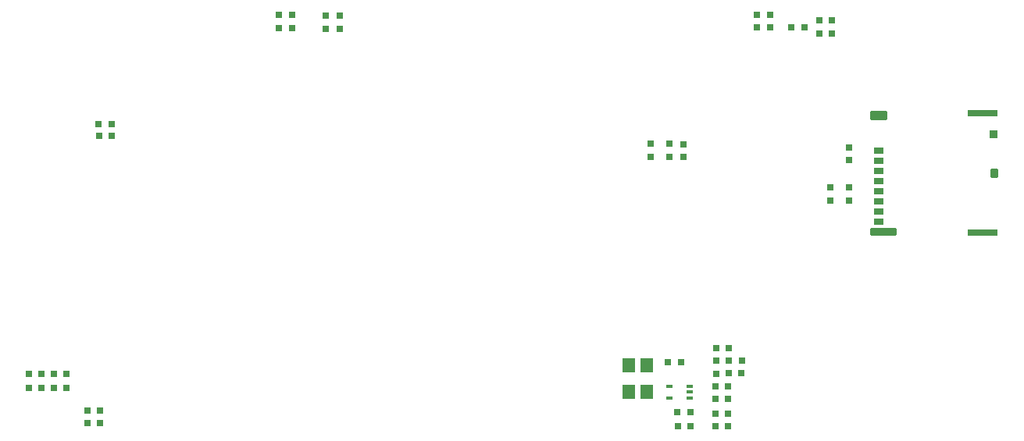
<source format=gbr>
%TF.GenerationSoftware,Altium Limited,Altium Designer,25.8.1 (18)*%
G04 Layer_Color=128*
%FSLAX45Y45*%
%MOMM*%
%TF.SameCoordinates,177DAE0C-5750-4891-A40F-8E88CBB746AF*%
%TF.FilePolarity,Positive*%
%TF.FileFunction,Paste,Bot*%
%TF.Part,Single*%
G01*
G75*
%TA.AperFunction,SMDPad,CuDef*%
G04:AMPARAMS|DCode=14|XSize=0.76mm|YSize=0.6604mm|CornerRadius=0.08255mm|HoleSize=0mm|Usage=FLASHONLY|Rotation=270.000|XOffset=0mm|YOffset=0mm|HoleType=Round|Shape=RoundedRectangle|*
%AMROUNDEDRECTD14*
21,1,0.76000,0.49530,0,0,270.0*
21,1,0.59490,0.66040,0,0,270.0*
1,1,0.16510,-0.24765,-0.29745*
1,1,0.16510,-0.24765,0.29745*
1,1,0.16510,0.24765,0.29745*
1,1,0.16510,0.24765,-0.29745*
%
%ADD14ROUNDEDRECTD14*%
G04:AMPARAMS|DCode=16|XSize=0.76mm|YSize=0.6604mm|CornerRadius=0.08255mm|HoleSize=0mm|Usage=FLASHONLY|Rotation=180.000|XOffset=0mm|YOffset=0mm|HoleType=Round|Shape=RoundedRectangle|*
%AMROUNDEDRECTD16*
21,1,0.76000,0.49530,0,0,180.0*
21,1,0.59490,0.66040,0,0,180.0*
1,1,0.16510,-0.29745,0.24765*
1,1,0.16510,0.29745,0.24765*
1,1,0.16510,0.29745,-0.24765*
1,1,0.16510,-0.29745,-0.24765*
%
%ADD16ROUNDEDRECTD16*%
G04:AMPARAMS|DCode=62|XSize=0.7mm|YSize=3.3mm|CornerRadius=0.0875mm|HoleSize=0mm|Usage=FLASHONLY|Rotation=90.000|XOffset=0mm|YOffset=0mm|HoleType=Round|Shape=RoundedRectangle|*
%AMROUNDEDRECTD62*
21,1,0.70000,3.12500,0,0,90.0*
21,1,0.52500,3.30000,0,0,90.0*
1,1,0.17500,1.56250,0.26250*
1,1,0.17500,1.56250,-0.26250*
1,1,0.17500,-1.56250,-0.26250*
1,1,0.17500,-1.56250,0.26250*
%
%ADD62ROUNDEDRECTD62*%
G04:AMPARAMS|DCode=63|XSize=0.9mm|YSize=0.93mm|CornerRadius=0.09mm|HoleSize=0mm|Usage=FLASHONLY|Rotation=90.000|XOffset=0mm|YOffset=0mm|HoleType=Round|Shape=RoundedRectangle|*
%AMROUNDEDRECTD63*
21,1,0.90000,0.75000,0,0,90.0*
21,1,0.72000,0.93000,0,0,90.0*
1,1,0.18000,0.37500,0.36000*
1,1,0.18000,0.37500,-0.36000*
1,1,0.18000,-0.37500,-0.36000*
1,1,0.18000,-0.37500,0.36000*
%
%ADD63ROUNDEDRECTD63*%
G04:AMPARAMS|DCode=64|XSize=1.04mm|YSize=1.83mm|CornerRadius=0.104mm|HoleSize=0mm|Usage=FLASHONLY|Rotation=90.000|XOffset=0mm|YOffset=0mm|HoleType=Round|Shape=RoundedRectangle|*
%AMROUNDEDRECTD64*
21,1,1.04000,1.62200,0,0,90.0*
21,1,0.83200,1.83000,0,0,90.0*
1,1,0.20800,0.81100,0.41600*
1,1,0.20800,0.81100,-0.41600*
1,1,0.20800,-0.81100,-0.41600*
1,1,0.20800,-0.81100,0.41600*
%
%ADD64ROUNDEDRECTD64*%
G04:AMPARAMS|DCode=65|XSize=0.7mm|YSize=3.3mm|CornerRadius=0.07mm|HoleSize=0mm|Usage=FLASHONLY|Rotation=90.000|XOffset=0mm|YOffset=0mm|HoleType=Round|Shape=RoundedRectangle|*
%AMROUNDEDRECTD65*
21,1,0.70000,3.16000,0,0,90.0*
21,1,0.56000,3.30000,0,0,90.0*
1,1,0.14000,1.58000,0.28000*
1,1,0.14000,1.58000,-0.28000*
1,1,0.14000,-1.58000,-0.28000*
1,1,0.14000,-1.58000,0.28000*
%
%ADD65ROUNDEDRECTD65*%
G04:AMPARAMS|DCode=66|XSize=0.7mm|YSize=1.1mm|CornerRadius=0.07mm|HoleSize=0mm|Usage=FLASHONLY|Rotation=90.000|XOffset=0mm|YOffset=0mm|HoleType=Round|Shape=RoundedRectangle|*
%AMROUNDEDRECTD66*
21,1,0.70000,0.96000,0,0,90.0*
21,1,0.56000,1.10000,0,0,90.0*
1,1,0.14000,0.48000,0.28000*
1,1,0.14000,0.48000,-0.28000*
1,1,0.14000,-0.48000,-0.28000*
1,1,0.14000,-0.48000,0.28000*
%
%ADD66ROUNDEDRECTD66*%
G04:AMPARAMS|DCode=67|XSize=0.86mm|YSize=2.8mm|CornerRadius=0.086mm|HoleSize=0mm|Usage=FLASHONLY|Rotation=90.000|XOffset=0mm|YOffset=0mm|HoleType=Round|Shape=RoundedRectangle|*
%AMROUNDEDRECTD67*
21,1,0.86000,2.62800,0,0,90.0*
21,1,0.68800,2.80000,0,0,90.0*
1,1,0.17200,1.31400,0.34400*
1,1,0.17200,1.31400,-0.34400*
1,1,0.17200,-1.31400,-0.34400*
1,1,0.17200,-1.31400,0.34400*
%
%ADD67ROUNDEDRECTD67*%
%ADD68R,1.33000X1.57000*%
%ADD69R,0.80000X0.40000*%
G04:AMPARAMS|DCode=70|XSize=1.05mm|YSize=0.78mm|CornerRadius=0.078mm|HoleSize=0mm|Usage=FLASHONLY|Rotation=90.000|XOffset=0mm|YOffset=0mm|HoleType=Round|Shape=RoundedRectangle|*
%AMROUNDEDRECTD70*
21,1,1.05000,0.62400,0,0,90.0*
21,1,0.89400,0.78000,0,0,90.0*
1,1,0.15600,0.31200,0.44700*
1,1,0.15600,0.31200,-0.44700*
1,1,0.15600,-0.31200,-0.44700*
1,1,0.15600,-0.31200,0.44700*
%
%ADD70ROUNDEDRECTD70*%
D14*
X9755100Y5011600D02*
D03*
X2762500Y3697500D02*
D03*
X2760000Y3827500D02*
D03*
X2635700Y716300D02*
D03*
X2638200Y578800D02*
D03*
X1860000Y1116251D02*
D03*
Y966251D02*
D03*
X10570100Y4951599D02*
D03*
Y4806599D02*
D03*
X10127600Y4876600D02*
D03*
X9755100Y4874100D02*
D03*
X2622500Y3697500D02*
D03*
X2620000Y3827500D02*
D03*
X2495700Y716300D02*
D03*
X2498200Y578800D02*
D03*
X10430100Y4806599D02*
D03*
Y4951599D02*
D03*
X2271250Y966250D02*
D03*
Y1116250D02*
D03*
X2000000Y966251D02*
D03*
X2131250Y1116250D02*
D03*
X2000000Y1116251D02*
D03*
X2131250Y966250D02*
D03*
X8895000Y697500D02*
D03*
X8792500Y1245000D02*
D03*
X8932500D02*
D03*
X9587500Y1127500D02*
D03*
X9447500D02*
D03*
X9450000Y1395000D02*
D03*
X9310000D02*
D03*
X9590000Y1260000D02*
D03*
X9450000D02*
D03*
X8897500Y550000D02*
D03*
X9037500D02*
D03*
X9035000Y697500D02*
D03*
X9895100Y5011600D02*
D03*
Y4874100D02*
D03*
X10267600Y4876600D02*
D03*
D16*
X8602500Y3472500D02*
D03*
X10752500Y2997500D02*
D03*
X10552500D02*
D03*
X5084166Y4860000D02*
D03*
X4572500Y5010000D02*
D03*
X10757500Y3572500D02*
D03*
X10752500Y3137500D02*
D03*
X10552500D02*
D03*
X8962500Y3607500D02*
D03*
X4718333Y5010000D02*
D03*
X5230000Y4860000D02*
D03*
X9445000Y845000D02*
D03*
X9307500D02*
D03*
X9442500Y687500D02*
D03*
X9312500Y1120000D02*
D03*
Y1260000D02*
D03*
X9302500Y687500D02*
D03*
Y547500D02*
D03*
X9442500Y547500D02*
D03*
X9307500Y985000D02*
D03*
X9445000D02*
D03*
X4572500Y4870000D02*
D03*
X4718333Y4870000D02*
D03*
X5084166Y5000000D02*
D03*
X5230000Y5000000D02*
D03*
X10757500Y3432500D02*
D03*
X8802500Y3612500D02*
D03*
Y3472500D02*
D03*
X8962500Y3467500D02*
D03*
X8602500Y3612500D02*
D03*
D62*
X12201000Y3948000D02*
D03*
D63*
X12319500Y3717000D02*
D03*
D64*
X11074500Y3921000D02*
D03*
D65*
X12201000Y2652000D02*
D03*
D66*
X11073000Y2988000D02*
D03*
Y3208000D02*
D03*
Y3098000D02*
D03*
Y2878000D02*
D03*
Y3318000D02*
D03*
Y3538000D02*
D03*
Y3428000D02*
D03*
Y2768000D02*
D03*
D67*
X11123000Y2660000D02*
D03*
D68*
X8364000Y920000D02*
D03*
X8362500Y1210000D02*
D03*
X8561000Y920000D02*
D03*
X8559500Y1210000D02*
D03*
D69*
X8807500Y852500D02*
D03*
X9022500Y917500D02*
D03*
X8807500Y982500D02*
D03*
X9022500Y852500D02*
D03*
Y982500D02*
D03*
D70*
X12327000Y3290500D02*
D03*
%TF.MD5,b1d8faef448128f2781268b6e9ccce2e*%
M02*

</source>
